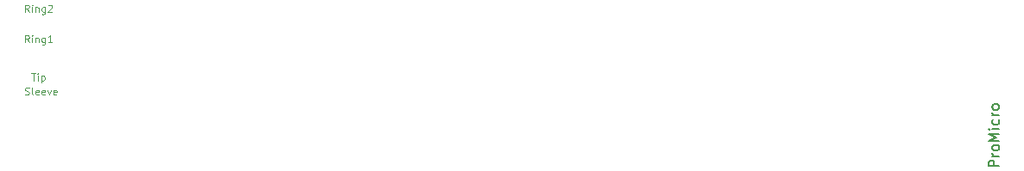
<source format=gbr>
G04 #@! TF.GenerationSoftware,KiCad,Pcbnew,(5.1.4)-1*
G04 #@! TF.CreationDate,2020-12-24T16:57:24-08:00*
G04 #@! TF.ProjectId,fracture-pcb-final,66726163-7475-4726-952d-7063622d6669,rev?*
G04 #@! TF.SameCoordinates,Original*
G04 #@! TF.FileFunction,Other,Fab,Top*
%FSLAX46Y46*%
G04 Gerber Fmt 4.6, Leading zero omitted, Abs format (unit mm)*
G04 Created by KiCad (PCBNEW (5.1.4)-1) date 2020-12-24 16:57:24*
%MOMM*%
%LPD*%
G04 APERTURE LIST*
%ADD10C,0.150000*%
%ADD11C,0.100000*%
G04 APERTURE END LIST*
D10*
X255341380Y-66396809D02*
X254341380Y-66396809D01*
X254341380Y-66015857D01*
X254389000Y-65920619D01*
X254436619Y-65873000D01*
X254531857Y-65825380D01*
X254674714Y-65825380D01*
X254769952Y-65873000D01*
X254817571Y-65920619D01*
X254865190Y-66015857D01*
X254865190Y-66396809D01*
X255341380Y-65396809D02*
X254674714Y-65396809D01*
X254865190Y-65396809D02*
X254769952Y-65349190D01*
X254722333Y-65301571D01*
X254674714Y-65206333D01*
X254674714Y-65111095D01*
X255341380Y-64634904D02*
X255293761Y-64730142D01*
X255246142Y-64777761D01*
X255150904Y-64825380D01*
X254865190Y-64825380D01*
X254769952Y-64777761D01*
X254722333Y-64730142D01*
X254674714Y-64634904D01*
X254674714Y-64492047D01*
X254722333Y-64396809D01*
X254769952Y-64349190D01*
X254865190Y-64301571D01*
X255150904Y-64301571D01*
X255246142Y-64349190D01*
X255293761Y-64396809D01*
X255341380Y-64492047D01*
X255341380Y-64634904D01*
X255341380Y-63873000D02*
X254341380Y-63873000D01*
X255055666Y-63539666D01*
X254341380Y-63206333D01*
X255341380Y-63206333D01*
X255341380Y-62730142D02*
X254674714Y-62730142D01*
X254341380Y-62730142D02*
X254389000Y-62777761D01*
X254436619Y-62730142D01*
X254389000Y-62682523D01*
X254341380Y-62730142D01*
X254436619Y-62730142D01*
X255293761Y-61825380D02*
X255341380Y-61920619D01*
X255341380Y-62111095D01*
X255293761Y-62206333D01*
X255246142Y-62253952D01*
X255150904Y-62301571D01*
X254865190Y-62301571D01*
X254769952Y-62253952D01*
X254722333Y-62206333D01*
X254674714Y-62111095D01*
X254674714Y-61920619D01*
X254722333Y-61825380D01*
X255341380Y-61396809D02*
X254674714Y-61396809D01*
X254865190Y-61396809D02*
X254769952Y-61349190D01*
X254722333Y-61301571D01*
X254674714Y-61206333D01*
X254674714Y-61111095D01*
X255341380Y-60634904D02*
X255293761Y-60730142D01*
X255246142Y-60777761D01*
X255150904Y-60825380D01*
X254865190Y-60825380D01*
X254769952Y-60777761D01*
X254722333Y-60730142D01*
X254674714Y-60634904D01*
X254674714Y-60492047D01*
X254722333Y-60396809D01*
X254769952Y-60349190D01*
X254865190Y-60301571D01*
X255150904Y-60301571D01*
X255246142Y-60349190D01*
X255293761Y-60396809D01*
X255341380Y-60492047D01*
X255341380Y-60634904D01*
D11*
X160214583Y-51191666D02*
X159981250Y-50858333D01*
X159814583Y-51191666D02*
X159814583Y-50491666D01*
X160081250Y-50491666D01*
X160147916Y-50525000D01*
X160181250Y-50558333D01*
X160214583Y-50625000D01*
X160214583Y-50725000D01*
X160181250Y-50791666D01*
X160147916Y-50825000D01*
X160081250Y-50858333D01*
X159814583Y-50858333D01*
X160514583Y-51191666D02*
X160514583Y-50725000D01*
X160514583Y-50491666D02*
X160481250Y-50525000D01*
X160514583Y-50558333D01*
X160547916Y-50525000D01*
X160514583Y-50491666D01*
X160514583Y-50558333D01*
X160847916Y-50725000D02*
X160847916Y-51191666D01*
X160847916Y-50791666D02*
X160881250Y-50758333D01*
X160947916Y-50725000D01*
X161047916Y-50725000D01*
X161114583Y-50758333D01*
X161147916Y-50825000D01*
X161147916Y-51191666D01*
X161781250Y-50725000D02*
X161781250Y-51291666D01*
X161747916Y-51358333D01*
X161714583Y-51391666D01*
X161647916Y-51425000D01*
X161547916Y-51425000D01*
X161481250Y-51391666D01*
X161781250Y-51158333D02*
X161714583Y-51191666D01*
X161581250Y-51191666D01*
X161514583Y-51158333D01*
X161481250Y-51125000D01*
X161447916Y-51058333D01*
X161447916Y-50858333D01*
X161481250Y-50791666D01*
X161514583Y-50758333D01*
X161581250Y-50725000D01*
X161714583Y-50725000D01*
X161781250Y-50758333D01*
X162081250Y-50558333D02*
X162114583Y-50525000D01*
X162181250Y-50491666D01*
X162347916Y-50491666D01*
X162414583Y-50525000D01*
X162447916Y-50558333D01*
X162481250Y-50625000D01*
X162481250Y-50691666D01*
X162447916Y-50791666D01*
X162047916Y-51191666D01*
X162481250Y-51191666D01*
X160214583Y-54191666D02*
X159981250Y-53858333D01*
X159814583Y-54191666D02*
X159814583Y-53491666D01*
X160081250Y-53491666D01*
X160147916Y-53525000D01*
X160181250Y-53558333D01*
X160214583Y-53625000D01*
X160214583Y-53725000D01*
X160181250Y-53791666D01*
X160147916Y-53825000D01*
X160081250Y-53858333D01*
X159814583Y-53858333D01*
X160514583Y-54191666D02*
X160514583Y-53725000D01*
X160514583Y-53491666D02*
X160481250Y-53525000D01*
X160514583Y-53558333D01*
X160547916Y-53525000D01*
X160514583Y-53491666D01*
X160514583Y-53558333D01*
X160847916Y-53725000D02*
X160847916Y-54191666D01*
X160847916Y-53791666D02*
X160881250Y-53758333D01*
X160947916Y-53725000D01*
X161047916Y-53725000D01*
X161114583Y-53758333D01*
X161147916Y-53825000D01*
X161147916Y-54191666D01*
X161781250Y-53725000D02*
X161781250Y-54291666D01*
X161747916Y-54358333D01*
X161714583Y-54391666D01*
X161647916Y-54425000D01*
X161547916Y-54425000D01*
X161481250Y-54391666D01*
X161781250Y-54158333D02*
X161714583Y-54191666D01*
X161581250Y-54191666D01*
X161514583Y-54158333D01*
X161481250Y-54125000D01*
X161447916Y-54058333D01*
X161447916Y-53858333D01*
X161481250Y-53791666D01*
X161514583Y-53758333D01*
X161581250Y-53725000D01*
X161714583Y-53725000D01*
X161781250Y-53758333D01*
X162481250Y-54191666D02*
X162081250Y-54191666D01*
X162281250Y-54191666D02*
X162281250Y-53491666D01*
X162214583Y-53591666D01*
X162147916Y-53658333D01*
X162081250Y-53691666D01*
X160447916Y-57241666D02*
X160847916Y-57241666D01*
X160647916Y-57941666D02*
X160647916Y-57241666D01*
X161081250Y-57941666D02*
X161081250Y-57475000D01*
X161081250Y-57241666D02*
X161047916Y-57275000D01*
X161081250Y-57308333D01*
X161114583Y-57275000D01*
X161081250Y-57241666D01*
X161081250Y-57308333D01*
X161414583Y-57475000D02*
X161414583Y-58175000D01*
X161414583Y-57508333D02*
X161481250Y-57475000D01*
X161614583Y-57475000D01*
X161681250Y-57508333D01*
X161714583Y-57541666D01*
X161747916Y-57608333D01*
X161747916Y-57808333D01*
X161714583Y-57875000D01*
X161681250Y-57908333D01*
X161614583Y-57941666D01*
X161481250Y-57941666D01*
X161414583Y-57908333D01*
X159831250Y-59308333D02*
X159931250Y-59341666D01*
X160097916Y-59341666D01*
X160164583Y-59308333D01*
X160197916Y-59275000D01*
X160231250Y-59208333D01*
X160231250Y-59141666D01*
X160197916Y-59075000D01*
X160164583Y-59041666D01*
X160097916Y-59008333D01*
X159964583Y-58975000D01*
X159897916Y-58941666D01*
X159864583Y-58908333D01*
X159831250Y-58841666D01*
X159831250Y-58775000D01*
X159864583Y-58708333D01*
X159897916Y-58675000D01*
X159964583Y-58641666D01*
X160131250Y-58641666D01*
X160231250Y-58675000D01*
X160631250Y-59341666D02*
X160564583Y-59308333D01*
X160531250Y-59241666D01*
X160531250Y-58641666D01*
X161164583Y-59308333D02*
X161097916Y-59341666D01*
X160964583Y-59341666D01*
X160897916Y-59308333D01*
X160864583Y-59241666D01*
X160864583Y-58975000D01*
X160897916Y-58908333D01*
X160964583Y-58875000D01*
X161097916Y-58875000D01*
X161164583Y-58908333D01*
X161197916Y-58975000D01*
X161197916Y-59041666D01*
X160864583Y-59108333D01*
X161764583Y-59308333D02*
X161697916Y-59341666D01*
X161564583Y-59341666D01*
X161497916Y-59308333D01*
X161464583Y-59241666D01*
X161464583Y-58975000D01*
X161497916Y-58908333D01*
X161564583Y-58875000D01*
X161697916Y-58875000D01*
X161764583Y-58908333D01*
X161797916Y-58975000D01*
X161797916Y-59041666D01*
X161464583Y-59108333D01*
X162031250Y-58875000D02*
X162197916Y-59341666D01*
X162364583Y-58875000D01*
X162897916Y-59308333D02*
X162831250Y-59341666D01*
X162697916Y-59341666D01*
X162631250Y-59308333D01*
X162597916Y-59241666D01*
X162597916Y-58975000D01*
X162631250Y-58908333D01*
X162697916Y-58875000D01*
X162831250Y-58875000D01*
X162897916Y-58908333D01*
X162931250Y-58975000D01*
X162931250Y-59041666D01*
X162597916Y-59108333D01*
M02*

</source>
